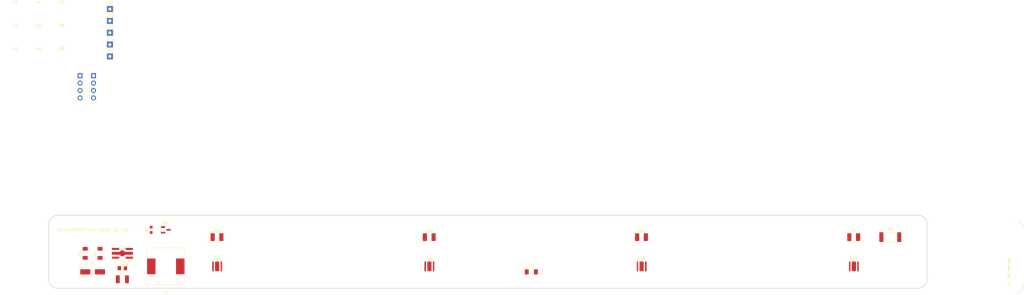
<source format=kicad_pcb>
(kicad_pcb (version 20221018) (generator pcbnew)
  (title_block (title "UV_EXPOSER") (date "2023-12-18") (rev "V2.0"))
  (layers (0 "F.Cu" signal) (31 "B.Cu" signal) (34 "B.Paste" user) (35 "F.Paste" user) (36 "B.SilkS" user "B.Silkscreen") (37 "F.SilkS" user "F.Silkscreen") (38 "B.Mask" user) (39 "F.Mask" user) (44 "Edge.Cuts" user))
  (net 0 "")
  (net 1 "GND")
  (net 2 "+36V")
  (net 3 "UV_LED+")
  (net 4 "UV_LED-")
  (net 5 "Net-(D1-A)")
  (net 6 "Net-(D2-A)")
  (net 7 "Net-(D2-K)")
  (net 8 "/TOGGLE")
  (net 9 "/PWM")
  (net 10 "Net-(D3-K)")
  (net 11 "Net-(D4-K)")
  (net 12 "Net-(D5-K)")
  (net 13 "Net-(D10-A)")
  (net 14 "Net-(Q1-G)")
  (net 18 "Net-(D8-A)")
  (net 19 "Net-(D10-K)")
  (footprint "Capacitor_SMD:C_1206_3216Metric_Pad1.33x1.80mm_HandSolder" (layer "F.Cu") (at 229.87 119.38)
    (fp_text reference "C3" (at 0 -1.85) (layer "F.SilkS"))
    (fp_text value "C")
    (fp_line (start -0.711252 -0.91) (end 0.711252 -0.91) (stroke (width 0.12)) (layer "F.SilkS"))
    (fp_line (start -0.711252 0.91) (end 0.711252 0.91) (stroke (width 0.12)) (layer "F.SilkS"))
    (pad "1" smd roundrect (at -1.5625 0) (size 1.325 1.8) (layers "F.Cu" "F.Paste" "F.Mask") (roundrect_rratio 0.188679) (net 3 "UV_LED+"))
    (pad "2" smd roundrect (at 1.5625 0) (size 1.325 1.8) (layers "F.Cu" "F.Paste" "F.Mask") (roundrect_rratio 0.188679) (net 4 "UV_LED-"))
  )
  (footprint "LED_SMD:LED_1210_3225Metric_Pad1.42x2.65mm_HandSolder" (layer "F.Cu") (at 122.5 107.5)
    (fp_text reference "D5" (at 0 -2.28) (layer "F.SilkS"))
    (fp_text value "LED")
    (fp_line (start -2.46 -1.585) (end -2.46 1.585) (stroke (width 0.12)) (layer "F.SilkS"))
    (fp_line (start -2.46 1.585) (end 1.6 1.585) (stroke (width 0.12)) (layer "F.SilkS"))
    (fp_line (start 1.6 -1.585) (end -2.46 -1.585) (stroke (width 0.12)) (layer "F.SilkS"))
    (pad "1" smd roundrect (at -1.4875 0) (size 1.425 2.65) (layers "F.Cu" "F.Paste" "F.Mask") (roundrect_rratio 0.175439) (net 12 "Net-(D5-K)"))
    (pad "2" smd roundrect (at 1.4875 0) (size 1.425 2.65) (layers "F.Cu" "F.Paste" "F.Mask") (roundrect_rratio 0.175439) (net 11 "Net-(D4-K)"))
  )
  (footprint "Resistor_SMD:R_2512_6332Metric_Pad1.40x3.35mm_HandSolder" (layer "F.Cu") (at 352.5 107.5)
    (fp_text reference "R3" (at 0 -2.62) (layer "F.SilkS"))
    (fp_text value "R")
    (fp_line (start -2.177064 -1.71) (end 2.177064 -1.71) (stroke (width 0.12)) (layer "F.SilkS"))
    (fp_line (start -2.177064 1.71) (end 2.177064 1.71) (stroke (width 0.12)) (layer "F.SilkS"))
    (pad "1" smd roundrect (at -3.05 0) (size 1.4 3.35) (layers "F.Cu" "F.Paste" "F.Mask") (roundrect_rratio 0.178571) (net 6 "Net-(D2-A)"))
    (pad "2" smd roundrect (at 3.05 0) (size 1.4 3.35) (layers "F.Cu" "F.Paste" "F.Mask") (roundrect_rratio 0.178571) (net 2 "+36V"))
  )
  (footprint "TestPoint:TestPoint_THTPad_2.0x2.0mm_Drill1.0mm" (layer "F.Cu") (at 85.9 33.5)
    (fp_text reference "TP2" (at 0 -1.998) (layer "F.SilkS"))
    (fp_text value "TestPoint")
    (fp_line (start -1.2 -1.2) (end 1.2 -1.2) (stroke (width 0.12)) (layer "F.SilkS"))
    (fp_line (start -1.2 1.2) (end -1.2 -1.2) (stroke (width 0.12)) (layer "F.SilkS"))
    (fp_line (start 1.2 -1.2) (end 1.2 1.2) (stroke (width 0.12)) (layer "F.SilkS"))
    (fp_line (start 1.2 1.2) (end -1.2 1.2) (stroke (width 0.12)) (layer "F.SilkS"))
    (pad "1" thru_hole rect (at 0 0) (size 2 2) (drill 1) (layers "*.Cu" "*.Mask") (net 14 "Net-(Q1-G)"))
  )
  (footprint "meins:UV_3535" (layer "F.Cu") (at 340 117.5)
    (fp_text reference "D11" (at -0.05 -2.55 unlocked) (layer "F.SilkS"))
    (fp_text value "LED_Pad")
    (fp_rect (start -1.675 -1.725) (end 1.775 1.725) (stroke (width 0.05)) (fill none) (layer "F.SilkS"))
    (pad "1" smd roundrect (at -1.375 0.025) (size 0.53 3.4) (layers "F.Cu" "F.Paste" "F.Mask") (net 13 "Net-(D10-A)"))
    (pad "2" smd roundrect (at 1.475 0.025) (size 0.53 3.4) (layers "F.Cu" "F.Paste" "F.Mask") (net 3 "UV_LED+"))
    (pad "3" smd roundrect (at 0.05 0) (size 1.45 3.35) (layers "F.Cu" "F.Paste" "F.Mask"))
  )
  (footprint "MountingHole:MountingHole_3.2mm_M3" (layer "F.Cu") (at 53.51 39.35)
    (fp_text reference "H2" (at 0 -4.2) (layer "F.SilkS"))
    (fp_text value "MountingHole")
    (pad "" np_thru_hole circle (at 0 0) (size 3.2 3.2) (drill 3.2) (layers "*.Cu" "*.Mask"))
  )
  (footprint "meins:UV_3535" (layer "F.Cu") (at 122.5 117.5)
    (fp_text reference "D8" (at -0.05 -2.55 unlocked) (layer "F.SilkS"))
    (fp_text value "LED_Pad")
    (fp_rect (start -1.675 -1.725) (end 1.775 1.725) (stroke (width 0.05)) (fill none) (layer "F.SilkS"))
    (pad "1" smd roundrect (at -1.375 0.025) (size 0.53 3.4) (layers "F.Cu" "F.Paste" "F.Mask") (net 4 "UV_LED-"))
    (pad "2" smd roundrect (at 1.475 0.025) (size 0.53 3.4) (layers "F.Cu" "F.Paste" "F.Mask") (net 18 "Net-(D8-A)"))
    (pad "3" smd roundrect (at 0.05 0) (size 1.45 3.35) (layers "F.Cu" "F.Paste" "F.Mask"))
  )
  (footprint "Resistor_SMD:R_1206_3216Metric_Pad1.30x1.75mm_HandSolder" (layer "F.Cu") (at 77.47 113.03 90)
    (fp_text reference "R1" (at 0 -1.82 90) (layer "F.SilkS"))
    (fp_text value "Rs")
    (fp_line (start -0.727064 -0.91) (end 0.727064 -0.91) (stroke (width 0.12)) (layer "F.SilkS"))
    (fp_line (start -0.727064 0.91) (end 0.727064 0.91) (stroke (width 0.12)) (layer "F.SilkS"))
    (pad "1" smd roundrect (at -1.55 0 90) (size 1.3 1.75) (layers "F.Cu" "F.Paste" "F.Mask") (roundrect_rratio 0.192308) (net 2 "+36V"))
    (pad "2" smd roundrect (at 1.55 0 90) (size 1.3 1.75) (layers "F.Cu" "F.Paste" "F.Mask") (roundrect_rratio 0.192308) (net 3 "UV_LED+"))
  )
  (footprint "meins:UV_3535" (layer "F.Cu") (at 267.5 117.5)
    (fp_text reference "D10" (at -0.05 -2.55 unlocked) (layer "F.SilkS"))
    (fp_text value "LED_Pad")
    (fp_rect (start -1.675 -1.725) (end 1.775 1.725) (stroke (width 0.05)) (fill none) (layer "F.SilkS"))
    (pad "1" smd roundrect (at -1.375 0.025) (size 0.53 3.4) (layers "F.Cu" "F.Paste" "F.Mask") (net 19 "Net-(D10-K)"))
    (pad "2" smd roundrect (at 1.475 0.025) (size 0.53 3.4) (layers "F.Cu" "F.Paste" "F.Mask") (net 13 "Net-(D10-A)"))
    (pad "3" smd roundrect (at 0.05 0) (size 1.45 3.35) (layers "F.Cu" "F.Paste" "F.Mask"))
  )
  (footprint "Connector_PinSocket_2.54mm:PinSocket_1x04_P2.54mm_Vertical" (layer "F.Cu") (at 80.31 52.25)
    (fp_text reference "J2" hide)
    (fp_text value "Conn_01x04")
    (fp_line (start -1.33 1.27) (end -1.33 8.95) (stroke (width 0.12)) (layer "F.SilkS"))
    (fp_line (start -1.33 1.27) (end 1.33 1.27) (stroke (width 0.12)) (layer "F.SilkS"))
    (fp_line (start -1.33 8.95) (end 1.33 8.95) (stroke (width 0.12)) (layer "F.SilkS"))
    (fp_line (start 0 -1.33) (end 1.33 -1.33) (stroke (width 0.12)) (layer "F.SilkS"))
    (fp_line (start 1.33 -1.33) (end 1.33 0) (stroke (width 0.12)) (layer "F.SilkS"))
    (fp_line (start 1.33 1.27) (end 1.33 8.95) (stroke (width 0.12)) (layer "F.SilkS"))
    (pad "1" thru_hole rect (at 0 0) (size 1.7 1.7) (drill 1) (layers "*.Cu" "*.Mask") (net 2 "+36V"))
    (pad "2" thru_hole oval (at 0 2.54) (size 1.7 1.7) (drill 1) (layers "*.Cu" "*.Mask") (net 8 "/TOGGLE"))
    (pad "3" thru_hole oval (at 0 5.08) (size 1.7 1.7) (drill 1) (layers "*.Cu" "*.Mask") (net 9 "/PWM"))
    (pad "4" thru_hole oval (at 0 7.62) (size 1.7 1.7) (drill 1) (layers "*.Cu" "*.Mask") (net 1 "GND"))
  )
  (footprint "LED_SMD:LED_1210_3225Metric_Pad1.42x2.65mm_HandSolder" (layer "F.Cu") (at 340 107.5)
    (fp_text reference "D2" (at 0 -2.28) (layer "F.SilkS"))
    (fp_text value "LED")
    (fp_line (start -2.46 -1.585) (end -2.46 1.585) (stroke (width 0.12)) (layer "F.SilkS"))
    (fp_line (start -2.46 1.585) (end 1.6 1.585) (stroke (width 0.12)) (layer "F.SilkS"))
    (fp_line (start 1.6 -1.585) (end -2.46 -1.585) (stroke (width 0.12)) (layer "F.SilkS"))
    (pad "1" smd roundrect (at -1.4875 0) (size 1.425 2.65) (layers "F.Cu" "F.Paste" "F.Mask") (roundrect_rratio 0.175439) (net 7 "Net-(D2-K)"))
    (pad "2" smd roundrect (at 1.4875 0) (size 1.425 2.65) (layers "F.Cu" "F.Paste" "F.Mask") (roundrect_rratio 0.175439) (net 6 "Net-(D2-A)"))
  )
  (footprint "Capacitor_SMD:C_1210_3225Metric_Pad1.33x2.70mm_HandSolder" (layer "F.Cu") (at 90.17 121.92)
    (fp_text reference "C1" (at 0 -2.3) (layer "F.SilkS"))
    (fp_text value "4,7 to 10 uF")
    (fp_line (start -0.711252 -1.36) (end 0.711252 -1.36) (stroke (width 0.12)) (layer "F.SilkS"))
    (fp_line (start -0.711252 1.36) (end 0.711252 1.36) (stroke (width 0.12)) (layer "F.SilkS"))
    (pad "1" smd roundrect (at -1.5625 0) (size 1.325 2.7) (layers "F.Cu" "F.Paste" "F.Mask") (roundrect_rratio 0.188679) (net 2 "+36V"))
    (pad "2" smd roundrect (at 1.5625 0) (size 1.325 2.7) (layers "F.Cu" "F.Paste" "F.Mask") (roundrect_rratio 0.188679) (net 1 "GND"))
  )
  (footprint "Inductor_SMD:L_12x12mm_H4.5mm" (layer "F.Cu") (at 105 117.5 180)
    (fp_text reference "L1" (at 0 -8.89) (layer "F.SilkS"))
    (fp_text value "33 to 100 uH ")
    (fp_line (start -6.3 -6.3) (end 6.3 -6.3) (stroke (width 0.12)) (layer "F.SilkS"))
    (fp_line (start -6.3 -3.3) (end -6.3 -6.3) (stroke (width 0.12)) (layer "F.SilkS"))
    (fp_line (start -6.3 6.3) (end -6.3 3.3) (stroke (width 0.12)) (layer "F.SilkS"))
    (fp_line (start 6.3 -6.3) (end 6.3 -3.3) (stroke (width 0.12)) (layer "F.SilkS"))
    (fp_line (start 6.3 3.3) (end 6.3 6.3) (stroke (width 0.12)) (layer "F.SilkS"))
    (fp_line (start 6.3 6.3) (end -6.3 6.3) (stroke (width 0.12)) (layer "F.SilkS"))
    (pad "1" smd rect (at -4.95 0 180) (size 2.9 5.4) (layers "F.Cu" "F.Paste" "F.Mask") (net 4 "UV_LED-"))
    (pad "2" smd rect (at 4.95 0 180) (size 2.9 5.4) (layers "F.Cu" "F.Paste" "F.Mask") (net 5 "Net-(D1-A)"))
  )
  (footprint "Connector_PinSocket_2.54mm:PinSocket_1x04_P2.54mm_Vertical" (layer "F.Cu") (at 75.71 52.25)
    (fp_text reference "J1" hide)
    (fp_text value "Conn_01x04")
    (fp_line (start -1.33 1.27) (end -1.33 8.95) (stroke (width 0.12)) (layer "F.SilkS"))
    (fp_line (start -1.33 1.27) (end 1.33 1.27) (stroke (width 0.12)) (layer "F.SilkS"))
    (fp_line (start -1.33 8.95) (end 1.33 8.95) (stroke (width 0.12)) (layer "F.SilkS"))
    (fp_line (start 0 -1.33) (end 1.33 -1.33) (stroke (width 0.12)) (layer "F.SilkS"))
    (fp_line (start 1.33 -1.33) (end 1.33 0) (stroke (width 0.12)) (layer "F.SilkS"))
    (fp_line (start 1.33 1.27) (end 1.33 8.95) (stroke (width 0.12)) (layer "F.SilkS"))
    (pad "1" thru_hole rect (at 0 0) (size 1.7 1.7) (drill 1) (layers "*.Cu" "*.Mask") (net 2 "+36V"))
    (pad "2" thru_hole oval (at 0 2.54) (size 1.7 1.7) (drill 1) (layers "*.Cu" "*.Mask") (net 8 "/TOGGLE"))
    (pad "3" thru_hole oval (at 0 5.08) (size 1.7 1.7) (drill 1) (layers "*.Cu" "*.Mask") (net 9 "/PWM"))
    (pad "4" thru_hole oval (at 0 7.62) (size 1.7 1.7) (drill 1) (layers "*.Cu" "*.Mask") (net 1 "GND"))
  )
  (footprint "LED_SMD:LED_1210_3225Metric_Pad1.42x2.65mm_HandSolder" (layer "F.Cu") (at 267.5 107.5)
    (fp_text reference "D3" (at 0 -2.28) (layer "F.SilkS"))
    (fp_text value "LED")
    (fp_line (start -2.46 -1.585) (end -2.46 1.585) (stroke (width 0.12)) (layer "F.SilkS"))
    (fp_line (start -2.46 1.585) (end 1.6 1.585) (stroke (width 0.12)) (layer "F.SilkS"))
    (fp_line (start 1.6 -1.585) (end -2.46 -1.585) (stroke (width 0.12)) (layer "F.SilkS"))
    (pad "1" smd roundrect (at -1.4875 0) (size 1.425 2.65) (layers "F.Cu" "F.Paste" "F.Mask") (roundrect_rratio 0.175439) (net 10 "Net-(D3-K)"))
    (pad "2" smd roundrect (at 1.4875 0) (size 1.425 2.65) (layers "F.Cu" "F.Paste" "F.Mask") (roundrect_rratio 0.175439) (net 7 "Net-(D2-K)"))
  )
  (footprint "TestPoint:TestPoint_THTPad_2.0x2.0mm_Drill1.0mm" (layer "F.Cu") (at 85.9 29.45)
    (fp_text reference "TP1" (at 0 -1.998) (layer "F.SilkS"))
    (fp_text value "TestPoint")
    (fp_line (start -1.2 -1.2) (end 1.2 -1.2) (stroke (width 0.12)) (layer "F.SilkS"))
    (fp_line (start -1.2 1.2) (end -1.2 -1.2) (stroke (width 0.12)) (layer "F.SilkS"))
    (fp_line (start 1.2 -1.2) (end 1.2 1.2) (stroke (width 0.12)) (layer "F.SilkS"))
    (fp_line (start 1.2 1.2) (end -1.2 1.2) (stroke (width 0.12)) (layer "F.SilkS"))
    (pad "1" thru_hole rect (at 0 0) (size 2 2) (drill 1) (layers "*.Cu" "*.Mask") (net 8 "/TOGGLE"))
  )
  (footprint "LED_SMD:LED_1210_3225Metric_Pad1.42x2.65mm_HandSolder" (layer "F.Cu") (at 195 107.5)
    (fp_text reference "D4" (at 0 -2.28) (layer "F.SilkS"))
    (fp_text value "LED")
    (fp_line (start -2.46 -1.585) (end -2.46 1.585) (stroke (width 0.12)) (layer "F.SilkS"))
    (fp_line (start -2.46 1.585) (end 1.6 1.585) (stroke (width 0.12)) (layer "F.SilkS"))
    (fp_line (start 1.6 -1.585) (end -2.46 -1.585) (stroke (width 0.12)) (layer "F.SilkS"))
    (pad "1" smd roundrect (at -1.4875 0) (size 1.425 2.65) (layers "F.Cu" "F.Paste" "F.Mask") (roundrect_rratio 0.175439) (net 11 "Net-(D4-K)"))
    (pad "2" smd roundrect (at 1.4875 0) (size 1.425 2.65) (layers "F.Cu" "F.Paste" "F.Mask") (roundrect_rratio 0.175439) (net 10 "Net-(D3-K)"))
  )
  (footprint "Resistor_SMD:R_0603_1608Metric_Pad0.98x0.95mm_HandSolder" (layer "F.Cu") (at 100 105 90)
    (fp_text reference "R4" (at 0 -1.43 90) (layer "F.SilkS"))
    (fp_text value "R")
    (fp_line (start -0.254724 -0.5225) (end 0.254724 -0.5225) (stroke (width 0.12)) (layer "F.SilkS"))
    (fp_line (start -0.254724 0.5225) (end 0.254724 0.5225) (stroke (width 0.12)) (layer "F.SilkS"))
    (pad "1" smd roundrect (at -0.9125 0 90) (size 0.975 0.95) (layers "F.Cu" "F.Paste" "F.Mask") (net 8 "/TOGGLE"))
    (pad "2" smd roundrect (at 0.9125 0 90) (size 0.975 0.95) (layers "F.Cu" "F.Paste" "F.Mask") (net 14 "Net-(Q1-G)"))
  )
  (footprint "MountingHole:MountingHole_3.2mm_M3" (layer "F.Cu") (at 69.41 31.4)
    (fp_text reference "H7" (at 0 -4.2) (layer "F.SilkS"))
    (fp_text value "MountingHole")
    (pad "" np_thru_hole circle (at 0 0) (size 3.2 3.2) (drill 3.2) (layers "*.Cu" "*.Mask"))
  )
  (footprint "TestPoint:TestPoint_THTPad_2.0x2.0mm_Drill1.0mm" (layer "F.Cu") (at 85.9 37.55)
    (fp_text reference "TP3" (at 0 -1.998) (layer "F.SilkS"))
    (fp_text value "TestPoint" hide)
    (fp_line (start -1.2 -1.2) (end 1.2 -1.2) (stroke (width 0.12)) (layer "F.SilkS"))
    (fp_line (start -1.2 1.2) (end -1.2 -1.2) (stroke (width 0.12)) (layer "F.SilkS"))
    (fp_line (start 1.2 -1.2) (end 1.2 1.2) (stroke (width 0.12)) (layer "F.SilkS"))
    (fp_line (start 1.2 1.2) (end -1.2 1.2) (stroke (width 0.12)) (layer "F.SilkS"))
    (pad "1" thru_hole rect (at 0 0) (size 2 2) (drill 1) (layers "*.Cu" "*.Mask") (net 12 "Net-(D5-K)"))
  )
  (footprint "meins:UV_3535" (layer "F.Cu") (at 195 117.5)
    (fp_text reference "D9" (at -0.05 -2.55 unlocked) (layer "F.SilkS"))
    (fp_text value "LED_Pad")
    (fp_rect (start -1.675 -1.725) (end 1.775 1.725) (stroke (width 0.05)) (fill none) (layer "F.SilkS"))
    (pad "1" smd roundrect (at -1.375 0.025) (size 0.53 3.4) (layers "F.Cu" "F.Paste" "F.Mask") (net 18 "Net-(D8-A)"))
    (pad "2" smd roundrect (at 1.475 0.025) (size 0.53 3.4) (layers "F.Cu" "F.Paste" "F.Mask") (net 19 "Net-(D10-K)"))
    (pad "3" smd roundrect (at 0.05 0) (size 1.45 3.35) (layers "F.Cu" "F.Paste" "F.Mask"))
  )
  (footprint "Resistor_SMD:R_1206_3216Metric_Pad1.30x1.75mm_HandSolder" (layer "F.Cu") (at 82.55 113.03 90)
    (fp_text reference "R2" (at 0 -1.82 90) (layer "F.SilkS"))
    (fp_text value "Rs")
    (fp_line (start -0.727064 -0.91) (end 0.727064 -0.91) (stroke (width 0.12)) (layer "F.SilkS"))
    (fp_line (start -0.727064 0.91) (end 0.727064 0.91) (stroke (width 0.12)) (layer "F.SilkS"))
    (pad "1" smd roundrect (at -1.55 0 90) (size 1.3 1.75) (layers "F.Cu" "F.Paste" "F.Mask") (roundrect_rratio 0.192308) (net 2 "+36V"))
    (pad "2" smd roundrect (at 1.55 0 90) (size 1.3 1.75) (layers "F.Cu" "F.Paste" "F.Mask") (roundrect_rratio 0.192308) (net 3 "UV_LED+"))
  )
  (footprint "MountingHole:MountingHole_3.2mm_M3" (layer "F.Cu") (at 69.41 47.3)
    (fp_text reference "H9" (at 0 -4.2) (layer "F.SilkS"))
    (fp_text value "MountingHole")
    (pad "" np_thru_hole circle (at 0 0) (size 3.2 3.2) (drill 3.2) (layers "*.Cu" "*.Mask"))
  )
  (footprint "Diode_SMD:D_SMA_Handsoldering" (layer "F.Cu") (at 80.01 119.38)
    (fp_text reference "D1" (at 0 -3.11) (layer "F.SilkS"))
    (fp_text value "D_Schottky")
    (fp_line (start -4.51 -1.65) (end -4.51 1.65) (stroke (width 0.12)) (layer "F.SilkS"))
    (fp_line (start -4.51 -1.65) (end 2.5 -1.65) (stroke (width 0.12)) (layer "F.SilkS"))
    (fp_line (start -4.51 1.65) (end 2.5 1.65) (stroke (width 0.12)) (layer "F.SilkS"))
    (pad "1" smd roundrect (at -2.5 0) (size 3.5 1.8) (layers "F.Cu" "F.Paste" "F.Mask") (roundrect_rratio 0.1388888889) (net 2 "+36V"))
    (pad "2" smd roundrect (at 2.5 0) (size 3.5 1.8) (layers "F.Cu" "F.Paste" "F.Mask") (roundrect_rratio 0.1388888889) (net 5 "Net-(D1-A)"))
  )
  (footprint "Package_TO_SOT_SMD:SOT-89-5_Handsoldering" (layer "F.Cu") (at 90.17 113.03 180)
    (fp_text reference "U1" (at -1.27 -4.16) (layer "F.SilkS"))
    (fp_text value "~")
    (fp_line (start -3.54 -2.03) (end -1.36 -2.03) (stroke (width 0.12)) (layer "F.SilkS"))
    (fp_line (start -1.36 -2.36) (end -1.36 -2.03) (stroke (width 0.12)) (layer "F.SilkS"))
    (fp_line (start -1.36 -2.36) (end 1.36 -2.36) (stroke (width 0.12)) (layer "F.SilkS"))
    (fp_line (start -1.36 2.36) (end -1.36 2.03) (stroke (width 0.12)) (layer "F.SilkS"))
    (fp_line (start 1.36 -2.36) (end 1.36 -2.03) (stroke (width 0.12)) (layer "F.SilkS"))
    (fp_line (start 1.36 2.03) (end 1.36 2.36) (stroke (width 0.12)) (layer "F.SilkS"))
    (fp_line (start 1.36 2.36) (end -1.36 2.36) (stroke (width 0.12)) (layer "F.SilkS"))
    (pad "1" smd rect (at -2.35 -1.5 180) (size 2.5 0.7) (layers "F.Cu" "F.Paste" "F.Mask") (net 5 "Net-(D1-A)"))
    (pad "2" smd custom (at 0 0 180) (size 0.8 2) (layers "F.Cu" "F.Paste" "F.Mask") (net 1 "GND") (options (clearance outline) (anchor rect)) (primitives (gr_poly (pts (xy 0.9 -0.5) (xy 3.6 -0.5) (xy 3.6 0.5) (xy 0.9 0.5) (xy 0.4 1) (xy -0.4 1) (xy -0.9 0.5) (xy -3.6 0.5) (xy -3.6 -0.5) (xy -0.9 -0.5) (xy -0.4 -1) (xy 0.4 -1)) (width 0) (fill yes))))
    (pad "3" smd rect (at -2.35 1.5 180) (size 2.5 0.7) (layers "F.Cu" "F.Paste" "F.Mask") (net 9 "/PWM"))
    (pad "4" smd rect (at 2.35 1.5 180) (size 2.5 0.7) (layers "F.Cu" "F.Paste" "F.Mask") (net 3 "UV_LED+"))
    (pad "5" smd rect (at 2.35 -1.5 180) (size 2.5 0.7) (layers "F.Cu" "F.Paste" "F.Mask") (net 2 "+36V"))
  )
  (footprint "TestPoint:TestPoint_THTPad_2.0x2.0mm_Drill1.0mm" (layer "F.Cu") (at 85.9 41.6)
    (fp_text reference "TP4" (at 0 -1.998) (layer "F.SilkS"))
    (fp_text value "TestPoint" hide)
    (fp_line (start -1.2 -1.2) (end 1.2 -1.2) (stroke (width 0.12)) (layer "F.SilkS"))
    (fp_line (start -1.2 1.2) (end -1.2 -1.2) (stroke (width 0.12)) (layer "F.SilkS"))
    (fp_line (start 1.2 -1.2) (end 1.2 1.2) (stroke (width 0.12)) (layer "F.SilkS"))
    (fp_line (start 1.2 1.2) (end -1.2 1.2) (stroke (width 0.12)) (layer "F.SilkS"))
    (pad "1" thru_hole rect (at 0 0) (size 2 2) (drill 1) (layers "*.Cu" "*.Mask") (net 4 "UV_LED-"))
  )
  (footprint "MountingHole:MountingHole_3.2mm_M3" (layer "F.Cu") (at 61.46 39.35)
    (fp_text reference "H5" (at 0 -4.2) (layer "F.SilkS"))
    (fp_text value "MountingHole")
    (pad "" np_thru_hole circle (at 0 0) (size 3.2 3.2) (drill 3.2) (layers "*.Cu" "*.Mask"))
  )
  (footprint "MountingHole:MountingHole_3.2mm_M3" (layer "F.Cu") (at 69.41 39.35)
    (fp_text reference "H8" (at 0 -4.2) (layer "F.SilkS"))
    (fp_text value "MountingHole")
    (pad "" np_thru_hole circle (at 0 0) (size 3.2 3.2) (drill 3.2) (layers "*.Cu" "*.Mask"))
  )
  (footprint "MountingHole:MountingHole_3.2mm_M3" (layer "F.Cu") (at 61.46 47.3)
    (fp_text reference "H6" (at 0 -4.2) (layer "F.SilkS"))
    (fp_text value "MountingHole")
    (pad "" np_thru_hole circle (at 0 0) (size 3.2 3.2) (drill 3.2) (layers "*.Cu" "*.Mask"))
  )
  (footprint "MountingHole:MountingHole_3.2mm_M3" (layer "F.Cu") (at 53.51 47.3)
    (fp_text reference "H3" (at 0 -4.2) (layer "F.SilkS"))
    (fp_text value "MountingHole")
    (pad "" np_thru_hole circle (at 0 0) (size 3.2 3.2) (drill 3.2) (layers "*.Cu" "*.Mask"))
  )
  (footprint "MountingHole:MountingHole_3.2mm_M3" (layer "F.Cu") (at 53.51 31.4)
    (fp_text reference "H1" (at 0 -4.2) (layer "F.SilkS"))
    (fp_text value "MountingHole")
    (pad "" np_thru_hole circle (at 0 0) (size 3.2 3.2) (drill 3.2) (layers "*.Cu" "*.Mask"))
  )
  (footprint "Capacitor_SMD:C_0805_2012Metric_Pad1.18x1.45mm_HandSolder" (layer "F.Cu") (at 90.17 118.11)
    (fp_text reference "C2" (at 0 -1.68) (layer "F.SilkS"))
    (fp_text value "100nF")
    (fp_line (start -0.261252 -0.735) (end 0.261252 -0.735) (stroke (width 0.12)) (layer "F.SilkS"))
    (fp_line (start -0.261252 0.735) (end 0.261252 0.735) (stroke (width 0.12)) (layer "F.SilkS"))
    (pad "1" smd roundrect (at -1.0375 0) (size 1.175 1.45) (layers "F.Cu" "F.Paste" "F.Mask") (roundrect_rratio 0.212766) (net 2 "+36V"))
    (pad "2" smd roundrect (at 1.0375 0) (size 1.175 1.45) (layers "F.Cu" "F.Paste" "F.Mask") (roundrect_rratio 0.212766) (net 1 "GND"))
  )
  (footprint "TestPoint:TestPoint_THTPad_2.0x2.0mm_Drill1.0mm" (layer "F.Cu") (at 85.9 45.65)
    (fp_text reference "TP5" (at 0 -1.998) (layer "F.SilkS"))
    (fp_text value "TestPoint" hide)
    (fp_line (start -1.2 -1.2) (end 1.2 -1.2) (stroke (width 0.12)) (layer "F.SilkS"))
    (fp_line (start -1.2 1.2) (end -1.2 -1.2) (stroke (width 0.12)) (layer "F.SilkS"))
    (fp_line (start 1.2 -1.2) (end 1.2 1.2) (stroke (width 0.12)) (layer "F.SilkS"))
    (fp_line (start 1.2 1.2) (end -1.2 1.2) (stroke (width 0.12)) (layer "F.SilkS"))
    (pad "1" thru_hole rect (at 0 0) (size 2 2) (drill 1) (layers "*.Cu" "*.Mask") (net 9 "/PWM"))
  )
  (footprint "MountingHole:MountingHole_3.2mm_M3" (layer "F.Cu") (at 61.46 31.4)
    (fp_text reference "H4" (at 0 -4.2) (layer "F.SilkS"))
    (fp_text value "MountingHole")
    (pad "" np_thru_hole circle (at 0 0) (size 3.2 3.2) (drill 3.2) (layers "*.Cu" "*.Mask"))
  )
  (footprint "Package_TO_SOT_SMD:SOT-23" (layer "F.Cu") (at 105 105)
    (fp_text reference "Q1" (at 0 -2.4) (layer "F.SilkS"))
    (fp_text value "Q_NMOS_GSD")
    (fp_line (start 0 -1.56) (end -1.675 -1.56) (stroke (width 0.12)) (layer "F.SilkS"))
    (fp_line (start 0 -1.56) (end 0.65 -1.56) (stroke (width 0.12)) (layer "F.SilkS"))
    (fp_line (start 0 1.56) (end -0.65 1.56) (stroke (width 0.12)) (layer "F.SilkS"))
    (fp_line (start 0 1.56) (end 0.65 1.56) (stroke (width 0.12)) (layer "F.SilkS"))
    (pad "1" smd roundrect (at -0.9375 -0.95) (size 1.475 0.6) (layers "F.Cu" "F.Paste" "F.Mask") (net 14 "Net-(Q1-G)"))
    (pad "2" smd roundrect (at -0.9375 0.95) (size 1.475 0.6) (layers "F.Cu" "F.Paste" "F.Mask") (net 1 "GND"))
    (pad "3" smd roundrect (at 0.9375 0) (size 1.475 0.6) (layers "F.Cu" "F.Paste" "F.Mask") (net 12 "Net-(D5-K)"))
  )
  (gr_line (start 68 100) (end 362 100) (stroke (width 0.2)) (layer "Edge.Cuts"))
  (gr_arc (start 365 122) (mid 364.12132 124.12132) (end 362 125) (stroke (width 0.2)) (layer "Edge.Cuts"))
  (gr_arc (start 398.145 123.825) (mid 397.401051 125.621051) (end 395.605 126.365) (stroke (width 0.1)) (layer "Edge.Cuts"))
  (gr_line (start 65 122) (end 65 103) (stroke (width 0.2)) (layer "Edge.Cuts"))
  (gr_line (start 362 125) (end 68 125) (stroke (width 0.2)) (layer "Edge.Cuts"))
  (gr_line (start 365 103) (end 365 122) (stroke (width 0.2)) (layer "Edge.Cuts"))
  (gr_arc (start 68 125) (mid 65.87868 124.12132) (end 65 122) (stroke (width 0.2)) (layer "Edge.Cuts"))
  (gr_arc (start 362 100) (mid 364.12132 100.87868) (end 365 103) (stroke (width 0.2)) (layer "Edge.Cuts"))
  (gr_arc (start 395.605 102.235) (mid 397.401051 102.978949) (end 398.145 104.775) (stroke (width 0.1)) (layer "Edge.Cuts"))
  (gr_arc (start 65 103) (mid 65.87868 100.87868) (end 68 100) (stroke (width 0.2)) (layer "Edge.Cuts"))
  (gr_text "TOG" (at 393.065 120.65 90) (layer "F.SilkS") (effects (font (size 0.7 0.7))))
  (gr_text "PWM" (at 393.065 118.11 90) (layer "F.SilkS") (effects (font (size 0.7 0.7))))
  (gr_text "GND" (at 393.065 115.57 90) (layer "F.SilkS") (effects (font (size 0.7 0.7))))
  (gr_text "V+" (at 393.065 123.19 90) (layer "F.SilkS") (effects (font (size 0.7 0.7))))
  (gr_text "${TITLE} ${REVISION} ${ISSUE_DATE}" (at 80 105) (layer "F.SilkS") (effects (font (size 1 1))))
)
</source>
